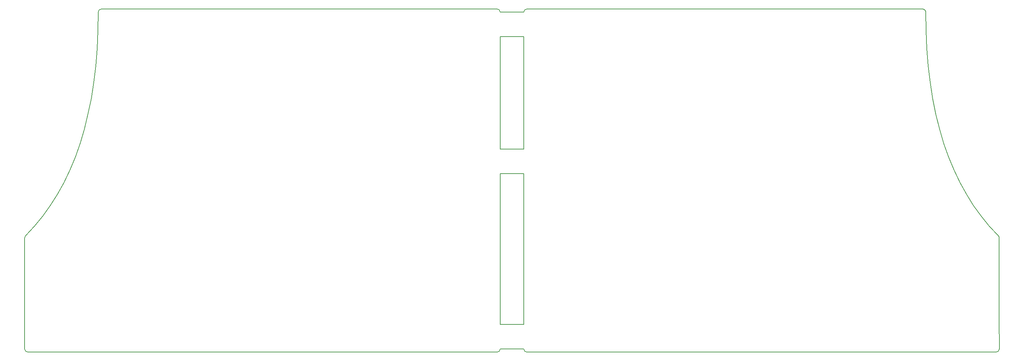
<source format=gm1>
G04 #@! TF.GenerationSoftware,KiCad,Pcbnew,(7.0.0)*
G04 #@! TF.CreationDate,2023-03-18T22:02:57+08:00*
G04 #@! TF.ProjectId,lul_left,6c756c5f-6c65-4667-942e-6b696361645f,rev?*
G04 #@! TF.SameCoordinates,Original*
G04 #@! TF.FileFunction,Profile,NP*
%FSLAX46Y46*%
G04 Gerber Fmt 4.6, Leading zero omitted, Abs format (unit mm)*
G04 Created by KiCad (PCBNEW (7.0.0)) date 2023-03-18 22:02:57*
%MOMM*%
%LPD*%
G01*
G04 APERTURE LIST*
G04 #@! TA.AperFunction,Profile*
%ADD10C,0.150000*%
G04 #@! TD*
G04 APERTURE END LIST*
D10*
X243158170Y-22367792D02*
X243133832Y-22342265D01*
X261339661Y-78105585D02*
X261331625Y-78069816D01*
X243325975Y-22678301D02*
X243316070Y-22643423D01*
X242900191Y-22184732D02*
X242866811Y-22171568D01*
X242832657Y-22160009D02*
X242797776Y-22150101D01*
X261354154Y-78252486D02*
X261353230Y-78215307D01*
X243223585Y-22451046D02*
X243203094Y-22422229D01*
X243133832Y-22342265D02*
X243108305Y-22317927D01*
X139218758Y-105528523D02*
X144991564Y-105531508D01*
X261354154Y-78252486D02*
X261354154Y-78252486D01*
X22842426Y-78249529D02*
X22842424Y-98123430D01*
X261310429Y-77999849D02*
X261297322Y-77965770D01*
X255090928Y-70355173D02*
X253353973Y-67599938D01*
X243276635Y-22543338D02*
X243260403Y-22511647D01*
X261321872Y-78034551D02*
X261310429Y-77999849D01*
X261161055Y-77749721D02*
X261135530Y-77722793D01*
X243334182Y-22713860D02*
X243325975Y-22678301D01*
X261135534Y-77722793D02*
X261135534Y-77722793D01*
X139209422Y-22847000D02*
G75*
G03*
X138469000Y-22106578I-740422J0D01*
G01*
X245086069Y-44122221D02*
X244460765Y-40169536D01*
X35219732Y-58433187D02*
X33899646Y-61637467D01*
X258981709Y-75416600D02*
X256966840Y-72960727D01*
X37443033Y-51575588D02*
X36400861Y-55079229D01*
X144986711Y-56449971D02*
X139211711Y-56449971D01*
X243974418Y-36067170D02*
X243627028Y-31815123D01*
X242651899Y-22127899D02*
X242614074Y-22126937D01*
X40569550Y-31812165D02*
X40222160Y-36064212D01*
X242995225Y-22233389D02*
X242964444Y-22215688D01*
X242797776Y-22150101D02*
X242762215Y-22141890D01*
X256966840Y-72960727D02*
X255090928Y-70355173D01*
X138454283Y-106278594D02*
G75*
G03*
X139218758Y-105528523I15717J748594D01*
G01*
X32440604Y-64692064D02*
X30842605Y-67596980D01*
X138454283Y-106278594D02*
X80531218Y-106274162D01*
X144987897Y-22857042D02*
X139209422Y-22847000D01*
X243340646Y-22750054D02*
X243334182Y-22713860D01*
X244460765Y-40169536D02*
X243974418Y-36067170D01*
X253353973Y-67599938D02*
X251755974Y-64695022D01*
X36400861Y-55079229D02*
X35219732Y-58433187D01*
X261248260Y-77867874D02*
X261228743Y-77836891D01*
X22844681Y-105525388D02*
G75*
G03*
X23604626Y-106277006I754619J2988D01*
G01*
X243291355Y-22575896D02*
X243276635Y-22543338D01*
X261282575Y-77932374D02*
X261266212Y-77899722D01*
X242614074Y-22126937D02*
X242614074Y-22126937D01*
X250296932Y-61640425D02*
X248976846Y-58436145D01*
X243203094Y-22422229D02*
X243181272Y-22394462D01*
X243053867Y-22273003D02*
X243025049Y-22252508D01*
X242726016Y-22135421D02*
X242689228Y-22130742D01*
X246753545Y-51578546D02*
X245850328Y-47925224D01*
X243349115Y-22861983D02*
X243348159Y-22824162D01*
X242614074Y-22126937D02*
X150604120Y-22126937D01*
X30842605Y-67596980D02*
X29105650Y-70352215D01*
X27229738Y-72957769D02*
X25214869Y-75413642D01*
X242964444Y-22215688D02*
X242932751Y-22199454D01*
X261207686Y-77806829D02*
X261185115Y-77777753D01*
X203665360Y-106277120D02*
X145742197Y-106278333D01*
X144991564Y-105531508D02*
G75*
G03*
X145742197Y-106278333I728436J-18492D01*
G01*
X22844686Y-105525388D02*
X22842424Y-98123430D01*
X144985000Y-99520000D02*
X144993274Y-62461479D01*
X261185115Y-77777753D02*
X261161055Y-77749721D01*
X144985000Y-99520000D02*
X139210000Y-99520000D01*
X25214869Y-75413642D02*
X23054855Y-77713858D01*
X33899646Y-61637467D02*
X32440604Y-64692064D01*
X23054855Y-77713858D02*
G75*
G03*
X22842427Y-78249529I545145J-526142D01*
G01*
X261345958Y-78141796D02*
X261339661Y-78105585D01*
X243316070Y-22643423D02*
X243304515Y-22609273D01*
X248976846Y-58436145D02*
X247795717Y-55082187D01*
X40777985Y-27410437D02*
X40569550Y-31812165D01*
X260591952Y-106279964D02*
G75*
G03*
X261359951Y-105529256I8048J759964D01*
G01*
X139210000Y-99520000D02*
X139206726Y-62458521D01*
X261354154Y-98126388D02*
X261354154Y-78252486D01*
X261135534Y-77722793D02*
X258981709Y-75416600D01*
X133579458Y-22107258D02*
X41568000Y-22126363D01*
X243025049Y-22252508D02*
X242995225Y-22233389D01*
X243348159Y-22824162D02*
X243345320Y-22786836D01*
X39110509Y-44119263D02*
X38346250Y-47922266D01*
X247795717Y-55082187D02*
X246753545Y-51578546D01*
X251755974Y-64695022D02*
X250296932Y-61640425D01*
X243627028Y-31815123D02*
X243418593Y-27413395D01*
X145730000Y-22117892D02*
G75*
G03*
X144987898Y-22857042I0J-742108D01*
G01*
X261354154Y-98126388D02*
X261359951Y-105529256D01*
X243345320Y-22786836D02*
X243340646Y-22750054D01*
X243260403Y-22511647D02*
X243242704Y-22480867D01*
X243108305Y-22317927D02*
X243081634Y-22294824D01*
X242866811Y-22171568D02*
X242832657Y-22160009D01*
X261266212Y-77899722D02*
X261248260Y-77867874D01*
X39735813Y-40166578D02*
X39110509Y-44119263D01*
X40222160Y-36064212D02*
X39735813Y-40166578D01*
X261353230Y-78215307D02*
X261350489Y-78178390D01*
X138469000Y-22106578D02*
X133579458Y-22107258D01*
X203665360Y-106277120D02*
X260591952Y-106279964D01*
X139207911Y-28865592D02*
X144994459Y-28868550D01*
X243418593Y-27413395D02*
X243349115Y-22861983D01*
X261331625Y-78069816D02*
X261321872Y-78034551D01*
X243242704Y-22480867D02*
X243223585Y-22451046D01*
X243081634Y-22294824D02*
X243053867Y-22273003D01*
X242932751Y-22199454D02*
X242900191Y-22184732D01*
X41568000Y-22126363D02*
G75*
G03*
X40847363Y-22847000I0J-720637D01*
G01*
X243181272Y-22394462D02*
X243158170Y-22367792D01*
X261135530Y-77722793D02*
X261135534Y-77722793D01*
X245850328Y-47925224D02*
X245086069Y-44122221D01*
X150604120Y-22126937D02*
X145730000Y-22117891D01*
X243304515Y-22609273D02*
X243291355Y-22575896D01*
X29105650Y-70352215D02*
X27229738Y-72957769D01*
X144986711Y-56449971D02*
X144994459Y-28868550D01*
X242762215Y-22141890D02*
X242726016Y-22135421D01*
X261297322Y-77965770D02*
X261282575Y-77932374D01*
X139211711Y-56449971D02*
X139207911Y-28865592D01*
X23604626Y-106277007D02*
X80531218Y-106274162D01*
X40847363Y-22847000D02*
X40777985Y-27410437D01*
X243349115Y-22861983D02*
X243349115Y-22861983D01*
X261228743Y-77836891D02*
X261207686Y-77806829D01*
X38346250Y-47922266D02*
X37443033Y-51575588D01*
X139206726Y-62458521D02*
X144993274Y-62461479D01*
X242689228Y-22130742D02*
X242651899Y-22127899D01*
X261350489Y-78178390D02*
X261345958Y-78141796D01*
M02*

</source>
